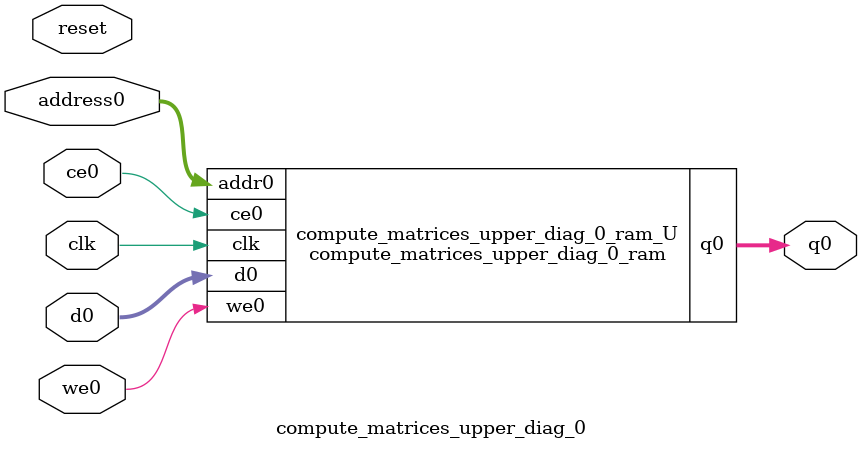
<source format=v>
`timescale 1 ns / 1 ps
module compute_matrices_upper_diag_0_ram (addr0, ce0, d0, we0, q0,  clk);

parameter DWIDTH = 32;
parameter AWIDTH = 7;
parameter MEM_SIZE = 128;

input[AWIDTH-1:0] addr0;
input ce0;
input[DWIDTH-1:0] d0;
input we0;
output reg[DWIDTH-1:0] q0;
input clk;

reg [DWIDTH-1:0] ram[0:MEM_SIZE-1];




always @(posedge clk)  
begin 
    if (ce0) begin
        if (we0) 
            ram[addr0] <= d0; 
        q0 <= ram[addr0];
    end
end


endmodule

`timescale 1 ns / 1 ps
module compute_matrices_upper_diag_0(
    reset,
    clk,
    address0,
    ce0,
    we0,
    d0,
    q0);

parameter DataWidth = 32'd32;
parameter AddressRange = 32'd128;
parameter AddressWidth = 32'd7;
input reset;
input clk;
input[AddressWidth - 1:0] address0;
input ce0;
input we0;
input[DataWidth - 1:0] d0;
output[DataWidth - 1:0] q0;



compute_matrices_upper_diag_0_ram compute_matrices_upper_diag_0_ram_U(
    .clk( clk ),
    .addr0( address0 ),
    .ce0( ce0 ),
    .we0( we0 ),
    .d0( d0 ),
    .q0( q0 ));

endmodule


</source>
